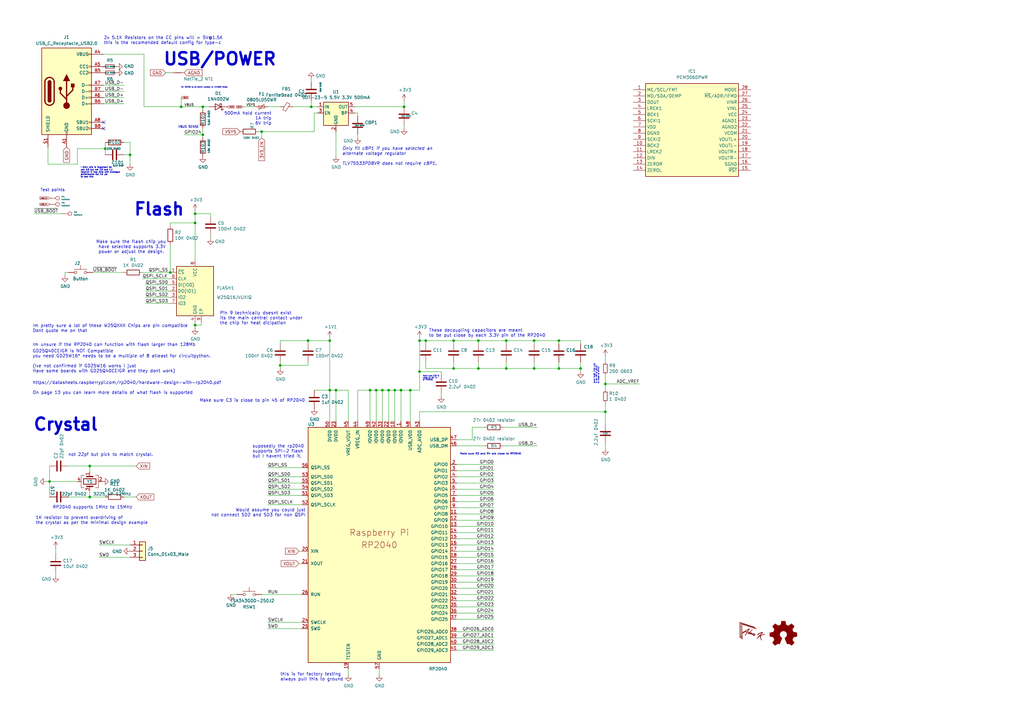
<source format=kicad_sch>
(kicad_sch (version 20230121) (generator eeschema)
  (paper "A3")
  (title_block (title "EnvOpenPico") (date "2020-12-18") (company "Envious.Design"))
  (junction (at 248.285 168.91))
  (junction (at 196.215 151.13))
  (junction (at 159.385 160.02))
  (junction (at 207.645 139.7))
  (junction (at 74.295 43.815))
  (junction (at 238.125 151.13))
  (junction (at 168.275 160.02))
  (junction (at 161.925 160.02))
  (junction (at 137.795 160.02))
  (junction (at 172.085 152.4))
  (junction (at 36.83 191.135))
  (junction (at 53.34 63.5))
  (junction (at 164.465 160.02))
  (junction (at 80.01 87.63))
  (junction (at 196.215 139.7))
  (junction (at 135.255 139.7))
  (junction (at 151.765 160.02))
  (junction (at 83.185 55.245))
  (junction (at 229.235 151.13))
  (junction (at 135.255 160.02))
  (junction (at 219.075 151.13))
  (junction (at 154.305 160.02))
  (junction (at 172.085 139.7))
  (junction (at 114.935 149.86))
  (junction (at 80.01 133.35))
  (junction (at 186.055 139.7))
  (junction (at 20.32 197.485))
  (junction (at 186.055 151.13))
  (junction (at 207.645 151.13))
  (junction (at 83.185 43.815))
  (junction (at 248.285 157.48))
  (junction (at 229.235 139.7))
  (junction (at 126.365 139.7))
  (junction (at 156.845 160.02))
  (junction (at 165.735 43.815))
  (junction (at 36.83 203.835))
  (junction (at 69.85 111.76))
  (junction (at 107.315 53.975))
  (junction (at 43.18 60.96))
  (junction (at 219.075 139.7))
  (junction (at 174.625 139.7))
  (junction (at 127.635 43.815))
  (junction (at 80.01 91.44))
  (no_connect (at 42.545 50.165))
  (no_connect (at 42.545 52.705))
  (wire (pts (xy 248.285 168.91) (xy 248.285 173.99)))
  (wire (pts (xy 135.255 160.02) (xy 128.905 160.02)))
  (wire (pts (xy 172.085 168.91) (xy 248.285 168.91)))
  (wire (pts (xy 83.185 55.245) (xy 83.185 56.515)))
  (wire (pts (xy 20.32 197.485) (xy 19.05 197.485)))
  (wire (pts (xy 80.01 91.44) (xy 80.01 106.68)))
  (wire (pts (xy 42.545 37.465) (xy 50.8 37.465)))
  (wire (pts (xy 165.735 41.275) (xy 165.735 43.815)))
  (wire (pts (xy 69.85 92.71) (xy 69.85 91.44)))
  (wire (pts (xy 69.85 124.46) (xy 59.69 124.46)))
  (wire (pts (xy 69.85 116.84) (xy 59.69 116.84)))
  (wire (pts (xy 187.325 200.66) (xy 202.565 200.66)))
  (wire (pts (xy 107.315 53.975) (xy 107.315 56.515)))
  (wire (pts (xy 13.97 87.63) (xy 25.4 87.63)))
  (wire (pts (xy 86.36 96.52) (xy 86.36 97.79)))
  (wire (pts (xy 36.83 191.135) (xy 55.88 191.135)))
  (wire (pts (xy 187.325 266.7) (xy 202.565 266.7)))
  (wire (pts (xy 114.935 149.86) (xy 126.365 149.86)))
  (wire (pts (xy 172.085 139.7) (xy 172.085 152.4)))
  (wire (pts (xy 219.075 140.97) (xy 219.075 139.7)))
  (wire (pts (xy 187.325 246.38) (xy 202.565 246.38)))
  (wire (pts (xy 114.935 149.86) (xy 114.935 151.13)))
  (wire (pts (xy 193.675 175.26) (xy 193.675 180.34)))
  (wire (pts (xy 142.875 274.32) (xy 142.875 276.86)))
  (wire (pts (xy 207.645 139.7) (xy 219.075 139.7)))
  (wire (pts (xy 146.685 47.625) (xy 146.685 46.355)))
  (wire (pts (xy 70.485 29.845) (xy 67.945 29.845)))
  (wire (pts (xy 142.875 172.72) (xy 142.875 160.02)))
  (wire (pts (xy 193.675 175.26) (xy 198.755 175.26)))
  (wire (pts (xy 123.825 257.81) (xy 109.855 257.81)))
  (wire (pts (xy 142.875 160.02) (xy 137.795 160.02)))
  (wire (pts (xy 122.555 226.06) (xy 123.825 226.06)))
  (wire (pts (xy 123.825 207.01) (xy 109.855 207.01)))
  (wire (pts (xy 127.635 43.815) (xy 130.175 43.815)))
  (wire (pts (xy 43.18 60.96) (xy 43.18 58.42)))
  (wire (pts (xy 109.855 200.66) (xy 123.825 200.66)))
  (wire (pts (xy 219.075 139.7) (xy 229.235 139.7)))
  (wire (pts (xy 27.94 111.76) (xy 26.67 111.76)))
  (wire (pts (xy 137.795 53.975) (xy 137.795 64.135)))
  (wire (pts (xy 187.325 182.88) (xy 198.755 182.88)))
  (wire (pts (xy 187.325 226.06) (xy 202.565 226.06)))
  (wire (pts (xy 180.975 161.29) (xy 180.975 162.56)))
  (wire (pts (xy 146.685 160.02) (xy 151.765 160.02)))
  (wire (pts (xy 248.285 157.48) (xy 262.255 157.48)))
  (wire (pts (xy 40.64 228.6) (xy 53.34 228.6)))
  (wire (pts (xy 172.085 152.4) (xy 180.975 152.4)))
  (wire (pts (xy 151.765 172.72) (xy 151.765 160.02)))
  (wire (pts (xy 20.32 203.835) (xy 20.32 197.485)))
  (wire (pts (xy 187.325 218.44) (xy 202.565 218.44)))
  (wire (pts (xy 186.055 151.13) (xy 196.215 151.13)))
  (wire (pts (xy 31.75 60.96) (xy 43.18 60.96)))
  (wire (pts (xy 248.285 181.61) (xy 248.285 184.15)))
  (wire (pts (xy 109.855 195.58) (xy 123.825 195.58)))
  (wire (pts (xy 196.215 148.59) (xy 196.215 151.13)))
  (wire (pts (xy 120.015 43.815) (xy 127.635 43.815)))
  (wire (pts (xy 187.325 241.3) (xy 202.565 241.3)))
  (wire (pts (xy 83.185 43.815) (xy 83.185 45.085)))
  (wire (pts (xy 114.935 148.59) (xy 114.935 149.86)))
  (wire (pts (xy 53.34 58.42) (xy 53.34 63.5)))
  (wire (pts (xy 206.375 175.26) (xy 220.345 175.26)))
  (wire (pts (xy 80.01 133.35) (xy 82.55 133.35)))
  (wire (pts (xy 187.325 208.28) (xy 202.565 208.28)))
  (wire (pts (xy 186.055 140.97) (xy 186.055 139.7)))
  (wire (pts (xy 248.285 168.91) (xy 248.285 165.1)))
  (wire (pts (xy 229.235 139.7) (xy 229.235 140.97)))
  (wire (pts (xy 151.765 160.02) (xy 154.305 160.02)))
  (wire (pts (xy 146.685 56.515) (xy 146.685 55.245)))
  (wire (pts (xy 135.255 139.7) (xy 135.255 160.02)))
  (wire (pts (xy 19.685 60.325) (xy 19.685 67.31)))
  (wire (pts (xy 187.325 213.36) (xy 202.565 213.36)))
  (wire (pts (xy 159.385 172.72) (xy 159.385 160.02)))
  (wire (pts (xy 50.8 34.925) (xy 42.545 34.925)))
  (wire (pts (xy 58.42 111.76) (xy 69.85 111.76)))
  (wire (pts (xy 128.905 46.355) (xy 130.175 46.355)))
  (wire (pts (xy 146.685 172.72) (xy 146.685 160.02)))
  (wire (pts (xy 114.935 139.7) (xy 126.365 139.7)))
  (wire (pts (xy 174.625 139.7) (xy 186.055 139.7)))
  (wire (pts (xy 186.055 139.7) (xy 196.215 139.7)))
  (wire (pts (xy 137.795 160.02) (xy 135.255 160.02)))
  (wire (pts (xy 187.325 190.5) (xy 202.565 190.5)))
  (wire (pts (xy 58.42 114.3) (xy 69.85 114.3)))
  (wire (pts (xy 187.325 261.62) (xy 202.565 261.62)))
  (wire (pts (xy 207.645 140.97) (xy 207.645 139.7)))
  (wire (pts (xy 186.055 151.13) (xy 186.055 148.59)))
  (wire (pts (xy 187.325 223.52) (xy 202.565 223.52)))
  (wire (pts (xy 207.645 151.13) (xy 196.215 151.13)))
  (wire (pts (xy 26.67 111.76) (xy 26.67 113.03)))
  (wire (pts (xy 168.275 172.72) (xy 168.275 160.02)))
  (wire (pts (xy 126.365 139.7) (xy 135.255 139.7)))
  (wire (pts (xy 174.625 148.59) (xy 174.625 151.13)))
  (wire (pts (xy 27.94 191.135) (xy 36.83 191.135)))
  (wire (pts (xy 174.625 140.97) (xy 174.625 139.7)))
  (wire (pts (xy 207.645 148.59) (xy 207.645 151.13)))
  (wire (pts (xy 187.325 203.2) (xy 202.565 203.2)))
  (wire (pts (xy 187.325 233.68) (xy 202.565 233.68)))
  (wire (pts (xy 127.635 41.275) (xy 127.635 43.815)))
  (wire (pts (xy 187.325 210.82) (xy 202.565 210.82)))
  (wire (pts (xy 127.635 33.655) (xy 127.635 32.385)))
  (wire (pts (xy 42.545 40.005) (xy 50.8 40.005)))
  (wire (pts (xy 22.86 224.79) (xy 22.86 227.33)))
  (wire (pts (xy 187.325 264.16) (xy 202.565 264.16)))
  (wire (pts (xy 43.18 203.835) (xy 36.83 203.835)))
  (wire (pts (xy 31.75 67.31) (xy 19.685 67.31)))
  (wire (pts (xy 74.295 43.815) (xy 83.185 43.815)))
  (wire (pts (xy 97.155 243.84) (xy 94.615 243.84)))
  (wire (pts (xy 187.325 228.6) (xy 202.565 228.6)))
  (wire (pts (xy 187.325 193.04) (xy 202.565 193.04)))
  (wire (pts (xy 69.85 91.44) (xy 80.01 91.44)))
  (wire (pts (xy 42.545 22.225) (xy 59.055 22.225)))
  (wire (pts (xy 187.325 259.08) (xy 202.565 259.08)))
  (wire (pts (xy 172.085 139.7) (xy 174.625 139.7)))
  (wire (pts (xy 107.315 243.84) (xy 123.825 243.84)))
  (wire (pts (xy 187.325 231.14) (xy 202.565 231.14)))
  (wire (pts (xy 156.845 160.02) (xy 159.385 160.02)))
  (wire (pts (xy 42.545 42.545) (xy 50.8 42.545)))
  (wire (pts (xy 83.185 52.705) (xy 83.185 55.245)))
  (wire (pts (xy 164.465 160.02) (xy 168.275 160.02)))
  (wire (pts (xy 156.845 172.72) (xy 156.845 160.02)))
  (wire (pts (xy 229.235 148.59) (xy 229.235 151.13)))
  (wire (pts (xy 174.625 151.13) (xy 186.055 151.13)))
  (wire (pts (xy 43.18 60.96) (xy 43.18 63.5)))
  (wire (pts (xy 31.75 60.96) (xy 31.75 67.31)))
  (wire (pts (xy 126.365 140.97) (xy 126.365 139.7)))
  (wire (pts (xy 238.125 152.4) (xy 238.125 151.13)))
  (wire (pts (xy 128.905 46.355) (xy 128.905 53.975)))
  (wire (pts (xy 59.055 43.815) (xy 74.295 43.815)))
  (wire (pts (xy 154.305 160.02) (xy 156.845 160.02)))
  (wire (pts (xy 36.83 203.835) (xy 36.83 201.295)))
  (wire (pts (xy 187.325 220.98) (xy 202.565 220.98)))
  (wire (pts (xy 75.565 55.245) (xy 83.185 55.245)))
  (wire (pts (xy 161.925 160.02) (xy 164.465 160.02)))
  (wire (pts (xy 187.325 198.12) (xy 202.565 198.12)))
  (wire (pts (xy 229.235 139.7) (xy 238.125 139.7)))
  (wire (pts (xy 155.575 274.32) (xy 155.575 276.86)))
  (wire (pts (xy 219.075 148.59) (xy 219.075 151.13)))
  (wire (pts (xy 82.55 133.35) (xy 82.55 132.08)))
  (wire (pts (xy 69.85 100.33) (xy 69.85 111.76)))
  (wire (pts (xy 135.255 160.02) (xy 135.255 172.72)))
  (wire (pts (xy 180.975 153.67) (xy 180.975 152.4)))
  (wire (pts (xy 109.855 203.2) (xy 123.825 203.2)))
  (wire (pts (xy 36.83 203.835) (xy 27.94 203.835)))
  (wire (pts (xy 80.01 87.63) (xy 80.01 91.44)))
  (wire (pts (xy 187.325 215.9) (xy 202.565 215.9)))
  (wire (pts (xy 50.8 58.42) (xy 53.34 58.42)))
  (wire (pts (xy 146.685 46.355) (xy 145.415 46.355)))
  (wire (pts (xy 107.315 53.975) (xy 128.905 53.975)))
  (wire (pts (xy 109.855 198.12) (xy 123.825 198.12)))
  (wire (pts (xy 187.325 195.58) (xy 202.565 195.58)))
  (wire (pts (xy 248.285 157.48) (xy 248.285 160.02)))
  (wire (pts (xy 187.325 248.92) (xy 202.565 248.92)))
  (wire (pts (xy 196.215 140.97) (xy 196.215 139.7)))
  (wire (pts (xy 99.695 43.815) (xy 104.775 43.815)))
  (wire (pts (xy 187.325 254) (xy 202.565 254)))
  (wire (pts (xy 80.01 86.36) (xy 80.01 87.63)))
  (wire (pts (xy 187.325 236.22) (xy 202.565 236.22)))
  (wire (pts (xy 123.825 191.77) (xy 109.855 191.77)))
  (wire (pts (xy 238.125 139.7) (xy 238.125 140.97)))
  (wire (pts (xy 172.085 138.43) (xy 172.085 139.7)))
  (wire (pts (xy 20.32 197.485) (xy 20.32 191.135)))
  (wire (pts (xy 248.285 146.05) (xy 248.285 148.59)))
  (wire (pts (xy 206.375 182.88) (xy 220.345 182.88)))
  (wire (pts (xy 161.925 172.72) (xy 161.925 160.02)))
  (wire (pts (xy 154.305 172.72) (xy 154.305 160.02)))
  (wire (pts (xy 135.255 138.43) (xy 135.255 139.7)))
  (wire (pts (xy 196.215 139.7) (xy 207.645 139.7)))
  (wire (pts (xy 159.385 160.02) (xy 161.925 160.02)))
  (wire (pts (xy 59.055 22.225) (xy 59.055 43.815)))
  (wire (pts (xy 20.32 197.485) (xy 31.75 197.485)))
  (wire (pts (xy 50.8 111.76) (xy 38.1 111.76)))
  (wire (pts (xy 187.325 238.76) (xy 202.565 238.76)))
  (wire (pts (xy 248.285 153.67) (xy 248.285 157.48)))
  (wire (pts (xy 36.83 193.675) (xy 36.83 191.135)))
  (wire (pts (xy 106.045 53.975) (xy 107.315 53.975)))
  (wire (pts (xy 229.235 151.13) (xy 238.125 151.13)))
  (wire (pts (xy 164.465 160.02) (xy 164.465 172.72)))
  (wire (pts (xy 114.935 140.97) (xy 114.935 139.7)))
  (wire (pts (xy 229.235 151.13) (xy 219.075 151.13)))
  (wire (pts (xy 53.34 223.52) (xy 40.64 223.52)))
  (wire (pts (xy 172.085 152.4) (xy 172.085 160.02)))
  (wire (pts (xy 83.185 43.815) (xy 85.725 43.815)))
  (wire (pts (xy 168.275 160.02) (xy 172.085 160.02)))
  (wire (pts (xy 126.365 149.86) (xy 126.365 148.59)))
  (wire (pts (xy 80.01 133.35) (xy 80.01 134.62)))
  (wire (pts (xy 172.085 172.72) (xy 172.085 168.91)))
  (wire (pts (xy 187.325 205.74) (xy 202.565 205.74)))
  (wire (pts (xy 86.36 88.9) (xy 86.36 87.63)))
  (wire (pts (xy 123.825 255.27) (xy 109.855 255.27)))
  (wire (pts (xy 187.325 251.46) (xy 202.565 251.46)))
  (wire (pts (xy 238.125 148.59) (xy 238.125 151.13)))
  (wire (pts (xy 59.69 119.38) (xy 69.85 119.38)))
  (wire (pts (xy 219.075 151.13) (xy 207.645 151.13)))
  (wire (pts (xy 50.8 203.835) (xy 55.88 203.835)))
  (wire (pts (xy 123.825 231.14) (xy 122.555 231.14)))
  (wire (pts (xy 22.86 234.95) (xy 22.86 236.22)))
  (wire (pts (xy 109.855 43.815) (xy 114.935 43.815)))
  (wire (pts (xy 74.295 43.815) (xy 74.295 40.005)))
  (wire (pts (xy 53.34 63.5) (xy 53.34 67.31)))
  (wire (pts (xy 165.735 51.435) (xy 165.735 52.705)))
  (wire (pts (xy 187.325 180.34) (xy 193.675 180.34)))
  (wire (pts (xy 80.01 133.35) (xy 80.01 132.08)))
  (wire (pts (xy 86.36 87.63) (xy 80.01 87.63)))
  (wire (pts (xy 187.325 243.84) (xy 202.565 243.84)))
  (wire (pts (xy 69.85 121.92) (xy 59.69 121.92)))
  (wire (pts (xy 137.795 172.72) (xy 137.795 160.02)))
  (wire (pts (xy 145.415 43.815) (xy 165.735 43.815)))
  (wire (pts (xy 50.8 63.5) (xy 53.34 63.5)))
  (text "USB/POWER" (at 66.675 27.305 0) (effects (font (size 5.0038 5.0038) (thickness 1.0008) bold) (justify left bottom)))
  (text "GD25Q40CEIGR is NOT Compatible\nyou need GD25W16* needs to be a multiple of 8 atleast for circuitpython.\n\n(Ive not confirmed if GD25W16 works I just \nHave some boards with GD25Q40CEIGR and they dont work)" (at 13.335 153.035 0) (effects (font (size 1.27 1.27)) (justify left bottom)))
  (text "D1 NEEDS to be 0omh resistor or 1N4002 diode" (at 74.295 36.195 0) (effects (font (size 0.508 0.508)) (justify left bottom)))
  (text "https://datasheets.raspberrypi.com/rp2040/hardware-design-with-rp2040.pdf\n\nOn page 13 you can learn more details of what flash is supported\n" (at 13.335 161.925 0) (effects (font (size 1.27 1.27)) (justify left bottom)))
  (text "Only fit cBP1 if you have selected an \nalternate voltage regulator\n\nTLV75533PDBVR does not require cBP1." (at 140.335 67.945 0) (effects (font (size 1.27 1.27) italic) (justify left bottom)))
  (text "Pin 9 technically doesnt exist\nits the main central contact under\nthe chip for heat dicipation" (at 90.17 133.35 0) (effects (font (size 1.27 1.27)) (justify left bottom)))
  (text "Make sure R3 and R4 are close to RP2040" (at 188.595 186.69 0) (effects (font (size 0.75 0.75)) (justify left bottom)))
  (text "this is for factory testing\nalways pull this to ground" (at 114.935 279.4 0) (effects (font (size 1.27 1.27)) (justify left bottom)))
  (text "Im unsure if the RP2040 can function with flash larger than 128Mb" (at 13.335 142.24 0) (effects (font (size 1.27 1.27)) (justify left bottom)))
  (text "Would assume you could just\nnot connect SD2 and SD3 for non QSPI" (at 125.349 212.09 0) (effects (font (size 1.27 1.27)) (justify right bottom)))
  (text "These decoupling capacitors are meant\nto be put close by each 3.3V pin of the RP2040" (at 175.895 138.43 0) (effects (font (size 1.27 1.27)) (justify left bottom)))
  (text "Flash" (at 54.61 88.9 0) (effects (font (size 5.0038 5.0038) (thickness 1.0008) bold) (justify left bottom)))
  (text "Im pretty sure a lot of these W25QXXX Chips are pin compatible\nDont quote me on that" (at 13.335 136.525 0) (effects (font (size 1.27 1.27)) (justify left bottom)))
  (text "not 22pf but pick to match crystal." (at 27.94 187.325 0) (effects (font (size 1.27 1.27)) (justify left bottom)))
  (text "VBUS SENSE" (at 73.025 52.705 0) (effects (font (size 0.9 0.9)) (justify left bottom)))
  (text "2x 5.1K Resistors on the CC pins will = 5V@1.5A\nthis is the recomended default config for type-c" (at 42.545 18.415 0) (effects (font (size 1.27 1.27)) (justify left bottom)))
  (text "suposedly the rp2040\nsupports SPI-2 flash\nbut I havent tried it.\n" (at 103.505 187.96 0) (effects (font (size 1.27 1.27)) (justify left bottom)))
  (text "Test points" (at 16.51 78.74 0) (effects (font (size 1.1938 1.1938)) (justify left bottom)))
  (text "1K resistor to prevent overdriving of \nthe crystal as per the minimal design example" (at 14.605 215.265 0) (effects (font (size 1.27 1.27)) (justify left bottom)))
  (text "RP2040 supports 1MHz to 15MHz" (at 21.59 208.915 0) (effects (font (size 1.27 1.27)) (justify left bottom)))
  (text "I think this is important for \nusb 3.0 but not 2.0 and 1.1\nhowever it may help with analogue\nperformance but ive yet\nto test this" (at 33.02 73.025 0) (effects (font (size 0.6 0.6)) (justify left bottom)))
  (text "Make sure the flash chip you\n have selected supports 3.3V\n power or adjust the design." (at 39.37 104.14 0) (effects (font (size 1.27 1.27)) (justify left bottom)))
  (text "MAKE SURE THIS LINE \nis ran off of pin43\nor close to pin43" (at 245.745 157.48 90) (effects (font (size 0.5 0.5)) (justify left bottom)))
  (text "Crystal" (at 13.335 177.165 0) (effects (font (size 5.0038 5.0038) (thickness 1.0008) bold) (justify left bottom)))
  (text "500mA hold current\n1A trip\n6V trip" (at 111.379 51.435 0) (effects (font (size 1.27 1.27)) (justify right bottom)))
  (text "Make sure C3 is close to pin 45 of RP2040" (at 125.095 165.1 0) (effects (font (size 1.27 1.27)) (justify right bottom)))
  (text "Make sure C10 is\nclose to pin 44\nof RP2040\n" (at 173.355 156.21 0) (effects (font (size 0.5 0.5)) (justify left bottom)))
  (label "GPIO11" (at 202.565 218.44 180))
  (label "GPIO9" (at 202.565 213.36 180))
  (label "GPIO24" (at 75.565 55.245 0))
  (label "GPIO27_ADC1" (at 202.565 261.62 180))
  (label "QSPI_SS" (at 109.855 191.77 0))
  (label "GPIO3" (at 202.565 198.12 180))
  (label "~{USB_BOOT}" (at 38.1 111.76 0))
  (label "ADC_VREF" (at 262.255 157.48 180))
  (label "GPIO2" (at 202.565 195.58 180))
  (label "USB_D-" (at 50.8 34.925 180))
  (label "GPIO6" (at 202.565 205.74 180))
  (label "USB_D-" (at 50.8 37.465 180))
  (label "USB_D+" (at 50.8 42.545 180))
  (label "QSPI_SS" (at 60.96 111.76 0))
  (label "GPIO28_ADC2" (at 202.565 264.16 180))
  (label "QSPI_SD3" (at 109.855 203.2 0))
  (label "GPIO8" (at 202.565 210.82 180))
  (label "SWCLK" (at 109.855 255.27 0))
  (label "GPIO26_ADC0" (at 202.565 259.08 180))
  (label "VBUS" (at 75.565 43.815 0) (effects (font (size 0.9906 0.9906))))
  (label "GPIO0" (at 202.565 190.5 180))
  (label "VSYS" (at 100.965 43.815 0) (effects (font (size 0.9906 0.9906))))
  (label "GPIO20" (at 202.565 241.3 180))
  (label "GPIO14" (at 202.565 226.06 180))
  (label "SWD" (at 40.64 228.6 0))
  (label "QSPI_SD1" (at 59.69 119.38 0))
  (label "QSPI_SD3" (at 59.69 124.46 0))
  (label "USB_D-" (at 220.345 182.88 180))
  (label "GPIO7" (at 202.565 208.28 180))
  (label "GPIO17" (at 202.565 233.68 180))
  (label "GPIO22" (at 202.565 246.38 180))
  (label "RUN" (at 109.855 243.84 0))
  (label "QSPI_SD0" (at 109.855 195.58 0))
  (label "SWD" (at 109.855 257.81 0))
  (label "QSPI_SD2" (at 59.69 121.92 0))
  (label "GPIO23" (at 202.565 248.92 180))
  (label "GPIO15" (at 202.565 228.6 180))
  (label "~{USB_BOOT}" (at 13.97 87.63 0))
  (label "USB_D+" (at 50.8 40.005 180))
  (label "GPIO13" (at 202.565 223.52 180))
  (label "SWCLK" (at 40.64 223.52 0))
  (label "GPIO19" (at 202.565 238.76 180))
  (label "GPIO10" (at 202.565 215.9 180))
  (label "USB_D+" (at 220.345 175.26 180))
  (label "QSPI_SCLK" (at 58.42 114.3 0))
  (label "QSPI_SD1" (at 109.855 198.12 0))
  (label "QSPI_SCLK" (at 109.855 207.01 0))
  (label "GPIO16" (at 202.565 231.14 180))
  (label "GPIO29_ADC3" (at 202.565 266.7 180))
  (label "GPIO18" (at 202.565 236.22 180))
  (label "QSPI_SD2" (at 109.855 200.66 0))
  (label "GPIO12" (at 202.565 220.98 180))
  (label "GPIO5" (at 202.565 203.2 180))
  (label "GPIO1" (at 202.565 193.04 180))
  (label "GPIO21" (at 202.565 243.84 180))
  (label "GPIO24" (at 202.565 251.46 180))
  (label "QSPI_SD0" (at 59.69 116.84 0))
  (label "GPIO25" (at 202.565 254 180))
  (label "GPIO4" (at 202.565 200.66 180))
  (global_label "USB_D+" (shape input) (at 20.32 81.28 180) (effects (font (size 0.508 0.508))) (property "Intersheetrefs" "${INTERSHEET_REFS}" (effects hide)))
  (global_label "XIN" (shape input) (at 122.555 226.06 180) (property "Intersheetrefs" "${INTERSHEET_REFS}" (effects hide)))
  (global_label "VSYS" (shape input) (at 98.425 53.975 180) (property "Intersheetrefs" "${INTERSHEET_REFS}" (effects hide)))
  (global_label "GND" (shape input) (at 27.305 60.325 270) (property "Intersheetrefs" "${INTERSHEET_REFS}" (effects hide)))
  (global_label "GND" (shape input) (at 67.945 29.845 180) (property "Intersheetrefs" "${INTERSHEET_REFS}" (effects hide)))
  (global_label "USB_D-" (shape input) (at 20.32 83.82 180) (effects (font (size 0.508 0.508))) (property "Intersheetrefs" "${INTERSHEET_REFS}" (effects hide)))
  (global_label "VSYS" (shape input) (at 93.345 43.815 0) (effects (font (size 0.508 0.508))) (property "Intersheetrefs" "${INTERSHEET_REFS}" (effects hide)))
  (global_label "AGND" (shape input) (at 75.565 29.845 0) (property "Intersheetrefs" "${INTERSHEET_REFS}" (effects hide)))
  (global_label "VSYS" (shape input) (at 99.695 43.815 180) (effects (font (size 0.508 0.508))) (property "Intersheetrefs" "${INTERSHEET_REFS}" (effects hide)))
  (global_label "XIN" (shape input) (at 55.88 191.135 0) (property "Intersheetrefs" "${INTERSHEET_REFS}" (effects hide)))
  (global_label "3V3_EN" (shape input) (at 107.315 56.515 270) (property "Intersheetrefs" "${INTERSHEET_REFS}" (effects hide)))
  (global_label "XOUT" (shape input) (at 55.88 203.835 0) (property "Intersheetrefs" "${INTERSHEET_REFS}" (effects hide)))
  (global_label "VBUS" (shape input) (at 74.295 40.005 0) (effects (font (size 0.508 0.508))) (property "Intersheetrefs" "${INTERSHEET_REFS}" (effects hide)))
  (global_label "XOUT" (shape input) (at 122.555 231.14 180) (property "Intersheetrefs" "${INTERSHEET_REFS}" (effects hide)))
  (symbol (lib_id "MCU_RaspberryPi_RP2040:RP2040") (at 155.575 223.52 0) (unit 1)
    (property "Reference" "U3" (at 127.635 173.99 0))
    (property "Value" "RP2040" (at 179.705 274.32 0))
    (property "Footprint" "RP2040_minimal:RP2040-QFN-56" (effects hide))
    (property "LCSC" " C2040" (effects hide))
  )
  (symbol (lib_id "Device:C") (at 24.13 191.135 90) (unit 1)
    (property "Reference" "C2" (at 22.9616 188.214 0) (effects (justify left)))
    (property "Value" "22pf 0402" (at 25.273 188.214 0) (effects (justify left)))
    (property "Footprint" "Capacitor_SMD:C_0402_1005Metric" (effects hide))
    (property "LCSC" " " (effects hide))
  )
  (symbol (lib_id "power:GND") (at 155.575 276.86 0) (unit 1)
    (property "Reference" "#PWR016" (effects hide))
    (property "Value" "GND" (at 155.702 281.2542 0))
  )
  (symbol (lib_id "power:GND") (at 142.875 276.86 0) (unit 1)
    (property "Reference" "#PWR015" (effects hide))
    (property "Value" "GND" (at 143.002 281.2542 0))
  )
  (symbol (lib_id "Device:R") (at 202.565 175.26 270) (unit 1)
    (property "Reference" "R3" (at 202.565 175.26 90))
    (property "Value" "27r 0402 resistor" (at 202.565 172.3136 90))
    (property "Footprint" "Resistor_SMD:R_0402_1005Metric" (effects hide))
    (property "LCSC" " " (effects hide))
  )
  (symbol (lib_id "Device:R") (at 202.565 182.88 270) (unit 1)
    (property "Reference" "R4" (at 202.565 182.88 90))
    (property "Value" "27r 0402 resistor" (at 202.565 179.9336 90))
    (property "Footprint" "Resistor_SMD:R_0402_1005Metric" (effects hide))
    (property "LCSC" " " (effects hide))
  )
  (symbol (lib_id "power:+3V3") (at 172.085 138.43 0) (unit 1)
    (property "Reference" "#PWR017" (effects hide))
    (property "Value" "+3V3" (at 172.466 134.0358 0))
  )
  (symbol (lib_id "power:+1V1") (at 135.255 138.43 0) (unit 1)
    (property "Reference" "#PWR014" (effects hide))
    (property "Value" "+1V1" (at 135.636 134.0358 0))
  )
  (symbol (lib_id "Device:C") (at 174.625 144.78 0) (unit 1)
    (property "Reference" "C11" (at 177.546 143.6116 0) (effects (justify left)))
    (property "Value" "100nf 0402" (effects hide))
    (property "Footprint" "Capacitor_SMD:C_0402_1005Metric" (effects hide))
    (property "LCSC" " " (effects hide))
  )
  (symbol (lib_id "Device:C") (at 114.935 144.78 0) (mirror y) (unit 1)
    (property "Reference" "C6" (at 112.014 143.6116 0) (effects (justify left)))
    (property "Value" "100nf 0402" (at 112.014 145.923 0) (effects (justify left)))
    (property "Footprint" "Capacitor_SMD:C_0402_1005Metric" (effects hide))
    (property "LCSC" " " (effects hide))
  )
  (symbol (lib_id "Device:C") (at 126.365 144.78 0) (unit 1)
    (property "Reference" "C7" (at 129.286 143.6116 0) (effects (justify left)))
    (property "Value" "100nf 0402" (at 129.286 145.923 0) (effects (justify left)))
    (property "Footprint" "Capacitor_SMD:C_0402_1005Metric" (effects hide))
    (property "LCSC" " " (effects hide))
  )
  (symbol (lib_id "Device:C") (at 180.975 157.48 0) (unit 1)
    (property "Reference" "C10" (at 183.896 156.3116 0) (effects (justify left)))
    (property "Value" "2.2uF 0402" (at 183.896 158.623 0) (effects (justify left)))
    (property "Footprint" "Capacitor_SMD:C_0402_1005Metric" (effects hide))
    (property "LCSC" " " (effects hide))
  )
  (symbol (lib_id "power:GND") (at 114.935 151.13 0) (unit 1)
    (property "Reference" "#PWR012" (effects hide))
    (property "Value" "GND" (at 115.062 155.5242 0))
  )
  (symbol (lib_id "power:GND") (at 180.975 162.56 0) (unit 1)
    (property "Reference" "#PWR018" (effects hide))
    (property "Value" "GND" (at 181.102 166.9542 0))
  )
  (symbol (lib_id "power:+3V3") (at 165.735 41.275 0) (unit 1)
    (property "Reference" "#PWR09" (effects hide))
    (property "Value" "+3V3" (at 166.116 36.8808 0))
  )
  (symbol (lib_id "Device:C") (at 127.635 37.465 180) (unit 1)
    (property "Reference" "C1" (at 125.095 37.465 0) (effects (justify left)))
    (property "Value" "10uf 0402" (at 131.445 33.655 90) (effects (font (size 0.508 0.508)) (justify left)))
    (property "Footprint" "Capacitor_SMD:C_0402_1005Metric" (effects hide))
    (property "LCSC" " " (effects hide))
  )
  (symbol (lib_id "power:GND") (at 127.635 32.385 180) (unit 1)
    (property "Reference" "#PWR04" (effects hide))
    (property "Value" "GND" (at 131.445 31.115 0))
  )
  (symbol (lib_id "power:+3V3") (at 22.86 224.79 0) (unit 1)
    (property "Reference" "#PWR024" (effects hide))
    (property "Value" "+3V3" (at 23.241 220.3958 0))
  )
  (symbol (lib_id "Device:C") (at 22.86 231.14 0) (unit 1)
    (property "Reference" "C17" (at 25.781 229.9716 0) (effects (justify left)))
    (property "Value" "10uf 0402" (at 25.781 232.283 0) (effects (justify left)))
    (property "Footprint" "Capacitor_SMD:C_0402_1005Metric" (effects hide))
    (property "LCSC" " " (effects hide))
  )
  (symbol (lib_id "power:GND") (at 22.86 236.22 0) (unit 1)
    (property "Reference" "#PWR025" (effects hide))
    (property "Value" "GND" (at 19.05 237.49 0))
  )
  (symbol (lib_id "logo:LOGO") (at 308.61 259.08 0) (unit 1)
    (property "Reference" "#G1" (effects hide))
    (property "Value" "LOGO" (effects hide))
    (property "Footprint" "EnvExtras:logo" (effects hide))
  )
  (symbol (lib_id "power:GND") (at 128.905 167.64 0) (unit 1)
    (property "Reference" "#PWR06" (effects hide))
    (property "Value" "GND" (at 129.032 172.0342 0))
  )
  (symbol (lib_id "Device:C") (at 128.905 163.83 0) (unit 1)
    (property "Reference" "C3" (at 131.826 162.6616 0) (effects (justify left)))
    (property "Value" "1uf 0402" (at 131.826 164.973 0) (effects (justify left)))
    (property "Footprint" "Capacitor_SMD:C_0402_1005Metric" (effects hide))
    (property "LCSC" " " (effects hide))
  )
  (symbol (lib_id "Graphic:Logo_Open_Hardware_Small") (at 321.31 260.35 0) (unit 1)
    (property "Reference" "#LOGO1" (effects hide))
    (property "Value" "Logo_Open_Hardware_Small" (effects hide))
    (property "Footprint" "EnvExtras:logo" (effects hide))
  )
  (symbol (lib_id "Device:R") (at 102.235 53.975 270) (unit 1)
    (property "Reference" "R7" (at 103.505 50.165 0) (effects (justify left)))
    (property "Value" "100K 0402" (at 99.695 56.515 90) (effects (font (size 0.762 0.762)) (justify left)))
    (property "Footprint" "Resistor_SMD:R_0402_1005Metric" (effects hide))
    (property "LCSC" " " (effects hide))
  )
  (symbol (lib_id "Device:C") (at 186.055 144.78 0) (unit 1)
    (property "Reference" "C8" (at 188.976 143.6116 0) (effects (justify left)))
    (property "Value" "100nf 0402" (effects hide))
    (property "Footprint" "Capacitor_SMD:C_0402_1005Metric" (effects hide))
    (property "LCSC" " " (effects hide))
  )
  (symbol (lib_id "Device:C") (at 219.075 144.78 0) (unit 1)
    (property "Reference" "C15" (at 221.996 143.6116 0) (effects (justify left)))
    (property "Value" "100nf 0402" (effects hide))
    (property "Footprint" "Capacitor_SMD:C_0402_1005Metric" (effects hide))
    (property "LCSC" " " (effects hide))
  )
  (symbol (lib_id "Device:C") (at 207.645 144.78 0) (unit 1)
    (property "Reference" "C14" (at 210.566 143.6116 0) (effects (justify left)))
    (property "Value" "100nf 0402" (effects hide))
    (property "Footprint" "Capacitor_SMD:C_0402_1005Metric" (effects hide))
    (property "LCSC" " " (effects hide))
  )
  (symbol (lib_id "Device:C") (at 196.215 144.78 0) (unit 1)
    (property "Reference" "C13" (at 199.136 143.6116 0) (effects (justify left)))
    (property "Value" "100nf 0402" (effects hide))
    (property "Footprint" "Capacitor_SMD:C_0402_1005Metric" (effects hide))
    (property "LCSC" " " (effects hide))
  )
  (symbol (lib_id "power:GND") (at 238.125 152.4 0) (unit 1)
    (property "Reference" "#PWR08" (effects hide))
    (property "Value" "GND" (at 238.252 156.7942 0))
  )
  (symbol (lib_id "Device:R_Small") (at 45.085 29.845 270) (mirror x) (unit 1)
    (property "Reference" "R6" (at 45.085 32.385 90))
    (property "Value" "5.1K 0402" (at 45.085 29.845 90) (effects (font (size 0.508 0.508))))
    (property "Footprint" "Resistor_SMD:R_0402_1005Metric" (effects hide))
    (property "LCSC" " " (effects hide))
  )
  (symbol (lib_id "Device:R_Small") (at 45.085 27.305 270) (unit 1)
    (property "Reference" "R5" (at 45.085 24.765 90))
    (property "Value" "5.1K 0402" (at 45.085 27.305 90) (effects (font (size 0.508 0.508))))
    (property "Footprint" "Resistor_SMD:R_0402_1005Metric" (effects hide))
    (property "LCSC" " " (effects hide))
  )
  (symbol (lib_id "power:GND") (at 47.625 27.305 90) (unit 1)
    (property "Reference" "#PWR0108" (effects hide))
    (property "Value" "GND" (at 50.8762 27.178 90) (effects (justify right)))
  )
  (symbol (lib_id "power:GND") (at 47.625 29.845 90) (mirror x) (unit 1)
    (property "Reference" "#PWR0109" (effects hide))
    (property "Value" "GND" (at 50.8762 29.972 90) (effects (justify right)))
  )
  (symbol (lib_id "power:GND") (at 19.05 197.485 270) (unit 1)
    (property "Reference" "#PWR0107" (effects hide))
    (property "Value" "GND" (at 14.6558 197.612 0))
  )
  (symbol (lib_id "Connector_Generic:Conn_01x03") (at 58.42 226.06 0) (unit 1)
    (property "Reference" "J5" (at 60.452 224.9932 0) (effects (justify left)))
    (property "Value" "Conn_01x03_Male" (at 60.452 227.3046 0) (effects (justify left)))
    (property "Footprint" "Connector_PinHeader_1.00mm:PinHeader_1x03_P1.00mm_Vertical" (effects hide))
    (property "LCSC" " " (effects hide))
  )
  (symbol (lib_id "power:GND") (at 53.34 226.06 270) (unit 1)
    (property "Reference" "#PWR034" (effects hide))
    (property "Value" "GND" (at 50.0888 226.187 90) (effects (justify right)))
  )
  (symbol (lib_id "power:GND") (at 137.795 64.135 0) (unit 1)
    (property "Reference" "#PWR05" (effects hide))
    (property "Value" "GND" (at 137.922 68.5292 0))
  )
  (symbol (lib_id "Connector:TestPoint") (at 20.32 81.28 270) (unit 1)
    (property "Reference" "TP1" (at 25.0952 80.7212 90) (effects (font (size 0.508 0.508)) (justify left)))
    (property "Value" "TestPoint" (at 25.0952 81.8134 90) (effects (font (size 0.508 0.508)) (justify left)))
    (property "Footprint" "EnvExtras:CustomTestPoint" (effects hide))
    (property "LCSC" " " (effects hide))
  )
  (symbol (lib_id "Connector:TestPoint") (at 20.32 83.82 270) (unit 1)
    (property "Reference" "TP2" (at 25.0952 83.2612 90) (effects (font (size 0.508 0.508)) (justify left)))
    (property "Value" "TestPoint" (at 25.0952 84.3534 90) (effects (font (size 0.508 0.508)) (justify left)))
    (property "Footprint" "EnvExtras:CustomTestPoint" (effects hide))
    (property "LCSC" " " (effects hide))
  )
  (symbol (lib_id "Device:R_Small") (at 248.285 162.56 0) (unit 1)
    (property "Reference" "R10" (at 249.7836 161.3916 0) (effects (justify left)))
    (property "Value" "1 0402" (at 249.7836 163.703 0) (effects (justify left)))
    (property "Footprint" "Resistor_SMD:R_0402_1005Metric" (effects hide))
    (property "LCSC" " " (effects hide))
  )
  (symbol (lib_id "Device:R_Small") (at 248.285 151.13 0) (unit 1)
    (property "Reference" "R9" (at 249.7836 149.9616 0) (effects (justify left)))
    (property "Value" "200 0603" (at 249.7836 152.273 0) (effects (justify left)))
    (property "Footprint" "Resistor_SMD:R_0603_1608Metric" (effects hide))
    (property "LCSC" " " (effects hide))
  )
  (symbol (lib_id "power:+3.3V") (at 248.285 146.05 0) (unit 1)
    (property "Reference" "#PWR013" (effects hide))
    (property "Value" "+3.3V" (at 248.666 141.6558 0))
  )
  (symbol (lib_id "Device:D_Schottky") (at 89.535 43.815 180) (unit 1)
    (property "Reference" "D1" (at 89.535 38.3032 0))
    (property "Value" "1N4002W" (at 89.535 40.6146 0))
    (property "Footprint" "Diode_SMD:D_SOD-123" (effects hide))
    (property "LCSC" " " (effects hide))
  )
  (symbol (lib_id "Device:C") (at 165.735 47.625 0) (unit 1)
    (property "Reference" "C4" (at 168.656 46.4566 0) (effects (justify left)))
    (property "Value" "10uf 0402" (at 164.465 47.625 0) (effects (font (size 0.508 0.508)) (justify left)))
    (property "Footprint" "Capacitor_SMD:C_0402_1005Metric" (effects hide))
    (property "LCSC" " " (effects hide))
  )
  (symbol (lib_id "power:GND") (at 165.735 52.705 0) (unit 1)
    (property "Reference" "#PWR0114" (effects hide))
    (property "Value" "GND" (at 161.925 53.975 0))
  )
  (symbol (lib_id "Device:C") (at 229.235 144.78 0) (unit 1)
    (property "Reference" "C16" (at 232.156 143.6116 0) (effects (justify left)))
    (property "Value" "100nf 0402" (effects hide))
    (property "Footprint" "Capacitor_SMD:C_0402_1005Metric" (effects hide))
    (property "LCSC" " " (effects hide))
  )
  (symbol (lib_id "Device:C") (at 238.125 144.78 0) (unit 1)
    (property "Reference" "C18" (at 239.395 142.24 0) (effects (justify left)))
    (property "Value" "100nf 0402" (effects hide))
    (property "Footprint" "Capacitor_SMD:C_0402_1005Metric" (effects hide))
    (property "LCSC" " " (effects hide))
  )
  (symbol (lib_id "power:GND") (at 41.91 197.485 90) (unit 1)
    (property "Reference" "#PWR0105" (effects hide))
    (property "Value" "GND" (at 45.1612 197.358 90) (effects (justify right)))
  )
  (symbol (lib_id "Device:Crystal_GND24") (at 36.83 197.485 270) (unit 1)
    (property "Reference" "Y1" (at 35.56 197.485 90) (effects (justify left)))
    (property "Value" "3225_4P 12MHz" (at 38.1 202.565 90) (effects (justify left)))
    (property "Footprint" "Crystal:Crystal_SMD_3225-4Pin_3.2x2.5mm" (effects hide))
    (property "LCSC" " " (effects hide))
  )
  (symbol (lib_id "Device:C") (at 146.685 51.435 0) (unit 1)
    (property "Reference" "CBP1" (at 149.606 50.2666 0) (effects (justify left)))
    (property "Value" "10uf 0402" (at 145.415 51.435 0) (effects (font (size 0.508 0.508)) (justify left)))
    (property "Footprint" "Capacitor_SMD:C_0402_1005Metric" (effects hide))
    (property "LCSC" " " (effects hide))
  )
  (symbol (lib_id "power:GND") (at 146.685 56.515 0) (unit 1)
    (property "Reference" "#PWR0110" (effects hide))
    (property "Value" "GND" (at 142.875 57.785 0))
  )
  (symbol (lib_id "Device:C") (at 24.13 203.835 90) (unit 1)
    (property "Reference" "C19" (at 21.59 203.2 0) (effects (justify left)))
    (property "Value" "22pf 0402" (at 35.56 202.565 90) (effects (justify left)))
    (property "Footprint" "Capacitor_SMD:C_0402_1005Metric" (effects hide))
    (property "LCSC" " " (effects hide))
  )
  (symbol (lib_id "Regulator_Linear:AP131-15") (at 137.795 46.355 0) (unit 1)
    (property "Reference" "U1" (at 137.795 37.6682 0))
    (property "Value" "SOT-23-5 5.5V 3.3V 500mA" (at 137.795 39.9796 0))
    (property "Footprint" "Package_TO_SOT_SMD:SOT-23-5" (effects hide))
    (property "LCSC" " " (effects hide))
  )
  (symbol (lib_id "power:GND") (at 94.615 243.84 0) (unit 1)
    (property "Reference" "#PWR0106" (effects hide))
    (property "Value" "GND" (at 94.742 248.2342 0))
  )
  (symbol (lib_id "Switch:SW_Push") (at 102.235 243.84 0) (unit 1)
    (property "Reference" "RSW1" (at 102.235 248.92 0))
    (property "Value" "TSA343G00-250J2" (at 103.505 246.38 0))
    (property "Footprint" "Button_Switch_SMD:SW_Push_SPST_NO_Alps_SKRK" (effects hide))
  )
  (symbol (lib_id "Device:R") (at 46.99 203.835 270) (unit 1)
    (property "Reference" "R11" (at 46.99 198.5772 90))
    (property "Value" "1K 0402" (at 46.99 200.8886 90))
    (property "Footprint" "Resistor_SMD:R_0402_1005Metric" (effects hide))
    (property "LCSC" " " (effects hide))
  )
  (symbol (lib_id "Device:Polyfuse_Small") (at 107.315 43.815 270) (unit 1)
    (property "Reference" "F1" (at 107.315 38.608 90))
    (property "Value" "0805L050WR" (at 107.315 40.9194 90))
    (property "Footprint" "Fuse:Fuse_0805_2012Metric" (effects hide))
  )
  (symbol (lib_id "Connector:TestPoint") (at 25.4 87.63 270) (unit 1)
    (property "Reference" "TP3" (at 30.1752 87.0712 90) (effects (font (size 0.508 0.508)) (justify left)))
    (property "Value" "TestPoint" (at 30.1752 88.1634 90) (effects (font (size 0.508 0.508)) (justify left)))
    (property "Footprint" "EnvExtras:CustomTestPoint" (effects hide))
    (property "LCSC" " " (effects hide))
  )
  (symbol (lib_id "power:GND") (at 248.285 184.15 0) (unit 1)
    (property "Reference" "#PWR0101" (effects hide))
    (property "Value" "GND" (at 248.412 188.5442 0))
  )
  (symbol (lib_id "Device:NetTie_2") (at 73.025 29.845 0) (unit 1)
    (property "Reference" "NT1" (at 85.725 32.385 0))
    (property "Value" "NetTie_2" (at 79.375 32.385 0))
    (property "Footprint" "NetTie:NetTie-2_SMD_Pad0.5mm" (effects hide))
  )
  (symbol (lib_id "Device:R") (at 69.85 96.52 0) (unit 1)
    (property "Reference" "R2" (at 71.628 95.3516 0) (effects (justify left)))
    (property "Value" "10K 0402" (at 71.628 97.663 0) (effects (justify left)))
    (property "Footprint" "Resistor_SMD:R_0402_1005Metric" (effects hide))
    (property "LCSC" "  " (effects hide))
  )
  (symbol (lib_id "Device:C") (at 86.36 92.71 0) (unit 1)
    (property "Reference" "C5" (at 89.281 91.5416 0) (effects (justify left)))
    (property "Value" "100nf 0402" (at 89.281 93.853 0) (effects (justify left)))
    (property "Footprint" "Capacitor_SMD:C_0402_1005Metric" (effects hide))
    (property "LCSC" " " (effects hide))
  )
  (symbol (lib_id "Device:R") (at 54.61 111.76 270) (unit 1)
    (property "Reference" "R1" (at 54.61 106.5022 90))
    (property "Value" "1K 0402" (at 54.61 108.8136 90))
    (property "Footprint" "Resistor_SMD:R_0402_1005Metric" (effects hide))
    (property "LCSC" " " (effects hide))
  )
  (symbol (lib_id "power:GND") (at 53.34 67.31 0) (unit 1)
    (property "Reference" "#PWR0120" (effects hide))
    (property "Value" "GND" (at 53.467 71.7042 0))
  )
  (symbol (lib_id "Memory_Flash:W25Q32JVZP") (at 80.01 119.38 0) (unit 1)
    (property "Reference" "FLASH1" (at 88.9 118.1099 0) (effects (justify left)))
    (property "Value" "W25Q16JVUXIQ" (at 88.9 121.9199 0) (effects (justify left)))
    (property "Footprint" "Package_SON:SON-8-1EP_3x2mm_P0.5mm_EP1.4x1.6mm" (effects hide))
    (property "Datasheet" "http://www.winbond.com/resource-files/w25q32jv%20revg%2003272018%20plus.pdf" (effects hide))
  )
  (symbol (lib_id "power:GND") (at 26.67 113.03 0) (unit 1)
    (property "Reference" "#PWR01" (effects hide))
    (property "Value" "GND" (at 26.797 117.4242 0))
  )
  (symbol (lib_id "PCM3060PWR:PCM3060PWR") (at 259.715 36.83 0) (unit 1)
    (property "Reference" "IC1" (at 283.845 29.21 0))
    (property "Value" "PCM3060PWR" (at 283.845 31.75 0))
    (property "Footprint" "PCM3060PWR:SOP65P640X120-28N" (effects hide))
    (property "Datasheet" "https://www.ti.com/lit/ds/symlink/pcm3060.pdf?ts=1606824200789&ref_url=https%253A%252F%252Fwww.ti.com%252Fstore%252Fti%252Fen%252Fp%252Fproduct%252F%253Fp%253DPCM3060PWR%2526keyMatch%253DPCM3060PWR%2526tisearch%253DSearch-EN-everything%2526usecase%253DOPN" (effects hide))
    (property "Height" "1.2" (effects hide))
    (property "Mouser Part Number" "595-PCM3060PWR" (effects hide))
    (property "Mouser Price/Stock" "https://www.mouser.co.uk/ProductDetail/Texas-Instruments/PCM3060PWR?qs=W5eanQMd1BA4oHiQoX9kuw%3D%3D" (effects hide))
    (property "Manufacturer_Name" "Texas Instruments" (effects hide))
    (property "Manufacturer_Part_Number" "PCM3060PWR" (effects hide))
  )
  (symbol (lib_id "Switch:SW_Push") (at 33.02 111.76 0) (mirror y) (unit 1)
    (property "Reference" "J2" (at 31.75 107.95 0))
    (property "Value" "Button" (at 33.02 114.3 0))
    (property "Footprint" "Button_Switch_SMD:SW_Push_SPST_NO_Alps_SKRK" (effects hide))
    (property "LCSC" " " (effects hide))
  )
  (symbol (lib_id "power:GND") (at 80.01 134.62 0) (unit 1)
    (property "Reference" "#PWR019" (effects hide))
    (property "Value" "GND" (at 80.137 139.0142 0))
  )
  (symbol (lib_id "Device:R") (at 46.99 58.42 90) (unit 1)
    (property "Reference" "R102" (at 49.53 58.42 90) (effects (justify left)))
    (property "Value" "220 0402" (at 49.53 60.96 90) (effects (font (size 0.762 0.762)) (justify left)))
    (property "Footprint" "Resistor_SMD:R_0402_1005Metric" (effects hide))
    (property "LCSC" " " (effects hide))
  )
  (symbol (lib_id "Device:C") (at 46.99 63.5 270) (unit 1)
    (property "Reference" "C101" (at 45.72 66.675 90) (effects (justify left)))
    (property "Value" "0.1uf 0402" (at 46.355 67.945 90) (effects (font (size 0.508 0.508)) (justify left)))
    (property "Footprint" "Capacitor_SMD:C_0402_1005Metric" (effects hide))
    (property "LCSC" " " (effects hide))
  )
  (symbol (lib_id "Device:R") (at 83.185 60.325 0) (unit 1)
    (property "Reference" "R103" (at 83.185 62.865 90) (effects (justify left)))
    (property "Value" "10K 0402" (at 85.725 62.865 90) (effects (font (size 0.762 0.762)) (justify left)))
    (property "Footprint" "Resistor_SMD:R_0402_1005Metric" (effects hide))
    (property "LCSC" " " (effects hide))
  )
  (symbol (lib_id "Connector:USB_C_Receptacle_USB2.0") (at 27.305 37.465 0) (unit 1)
    (property "Reference" "J1" (at 27.305 15.24 0))
    (property "Value" "USB_C_Receptacle_USB2.0" (at 27.305 17.78 0))
    (property "Footprint" "Connector_USB:USB_C_Receptacle_HRO_TYPE-C-31-M-12" (effects hide))
    (property "Datasheet" "https://www.usb.org/sites/default/files/documents/usb_type-c.zip" (effects hide))
  )
  (symbol (lib_id "Device:C") (at 248.285 177.8 0) (unit 1)
    (property "Reference" "C102" (at 248.285 177.8 0) (effects (font (size 0.5 0.5))))
    (property "Value" "2.2uF 0402" (at 244.475 182.88 90) (effects (justify left)))
    (property "Footprint" "Capacitor_SMD:C_0402_1005Metric" (effects hide))
    (property "LCSC" " " (effects hide))
  )
  (symbol (lib_id "Device:FerriteBead_Small") (at 117.475 43.815 90) (unit 1)
    (property "Reference" "FB1" (at 117.4242 36.449 90))
    (property "Value" "FerriteBead 0402" (at 117.4242 38.989 90))
    (property "Footprint" "Resistor_SMD:R_0402_1005Metric" (effects hide))
  )
  (symbol (lib_id "power:GND") (at 83.185 64.135 0) (unit 1)
    (property "Reference" "#PWR0121" (effects hide))
    (property "Value" "GND" (at 83.312 68.5292 0))
  )
  (symbol (lib_id "Device:R") (at 83.185 48.895 0) (unit 1)
    (property "Reference" "R101" (at 83.185 51.435 90) (effects (justify left)))
    (property "Value" "5.6K 0402" (at 85.725 51.435 90) (effects (font (size 0.762 0.762)) (justify left)))
    (property "Footprint" "Resistor_SMD:R_0402_1005Metric" (effects hide))
    (property "LCSC" " " (effects hide))
  )
  (symbol (lib_id "power:+3V3") (at 80.01 86.36 0) (unit 1)
    (property "Reference" "#PWR010" (effects hide))
    (property "Value" "+3V3" (at 80.391 81.9658 0))
  )
  (symbol (lib_id "power:GND") (at 86.36 97.79 0) (unit 1)
    (property "Reference" "#PWR021" (effects hide))
    (property "Value" "GND" (at 90.17 99.06 0))
  )
)
</source>
